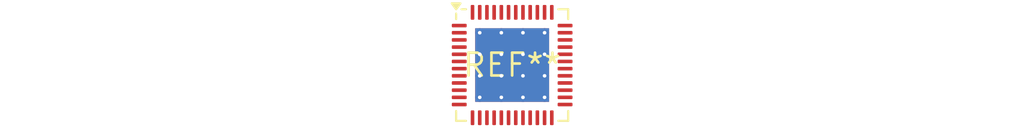
<source format=kicad_pcb>
(kicad_pcb (version 20240108) (generator pcbnew)
  (layers (0 "F.Cu" signal) (31 "B.Cu" signal) (34 "B.Paste" user) (35 "F.Paste" user) (36 "B.SilkS" user "B.Silkscreen") (37 "F.SilkS" user "F.Silkscreen") (38 "B.Mask" user) (39 "F.Mask" user) (44 "Edge.Cuts" user))
  (net 0 "")
  (footprint "VQFN-48-1EP_6x6mm_P0.4mm_EP4.1x4.1mm_ThermalVias" (layer "F.Cu") (at 0 0)
    (property "Reference" "REF**")
    (property "Value" "VQFN-48-1EP_6x6mm_P0.4mm_EP4.1x4.1mm_ThermalVias")
    (fp_line (start -3.11 -2.56) (end -3.11 -2.87) (layer "F.SilkS") (stroke (width 0.12)))
    (fp_line (start -3.11 3.11) (end -3.11 2.56) (layer "F.SilkS") (stroke (width 0.12)))
    (fp_line (start -2.56 -3.11) (end -2.81 -3.11) (layer "F.SilkS") (stroke (width 0.12)))
    (fp_line (start -2.56 3.11) (end -3.11 3.11) (layer "F.SilkS") (stroke (width 0.12)))
    (fp_line (start 2.56 -3.11) (end 3.11 -3.11) (layer "F.SilkS") (stroke (width 0.12)))
    (fp_line (start 2.56 3.11) (end 3.11 3.11) (layer "F.SilkS") (stroke (width 0.12)))
    (fp_line (start 3.11 -3.11) (end 3.11 -2.56) (layer "F.SilkS") (stroke (width 0.12)))
    (fp_line (start 3.11 3.11) (end 3.11 2.56) (layer "F.SilkS") (stroke (width 0.12)))
    (fp_poly (pts (xy -3.11 -3.11) (xy -3.35 -3.44) (xy -2.87 -3.44) (xy -3.11 -3.11)) (layer "F.SilkS") (stroke (width 0.12)) (fill solid))
    (pad "1" smd roundrect (at -2.9375 -2.2) (size 0.825 0.2) (layers "F.Cu" "F.Paste" "F.Mask"))
    (pad "2" smd roundrect (at -2.9375 -1.8) (size 0.825 0.2) (layers "F.Cu" "F.Paste" "F.Mask"))
    (pad "3" smd roundrect (at -2.9375 -1.4) (size 0.825 0.2) (layers "F.Cu" "F.Paste" "F.Mask"))
    (pad "4" smd roundrect (at -2.9375 -1) (size 0.825 0.2) (layers "F.Cu" "F.Paste" "F.Mask"))
    (pad "5" smd roundrect (at -2.9375 -0.6) (size 0.825 0.2) (layers "F.Cu" "F.Paste" "F.Mask"))
    (pad "6" smd roundrect (at -2.9375 -0.2) (size 0.825 0.2) (layers "F.Cu" "F.Paste" "F.Mask"))
    (pad "7" smd roundrect (at -2.9375 0.2) (size 0.825 0.2) (layers "F.Cu" "F.Paste" "F.Mask"))
    (pad "8" smd roundrect (at -2.9375 0.6) (size 0.825 0.2) (layers "F.Cu" "F.Paste" "F.Mask"))
    (pad "9" smd roundrect (at -2.9375 1) (size 0.825 0.2) (layers "F.Cu" "F.Paste" "F.Mask"))
    (pad "10" smd roundrect (at -2.9375 1.4) (size 0.825 0.2) (layers "F.Cu" "F.Paste" "F.Mask"))
    (pad "11" smd roundrect (at -2.9375 1.8) (size 0.825 0.2) (layers "F.Cu" "F.Paste" "F.Mask"))
    (pad "12" smd roundrect (at -2.9375 2.2) (size 0.825 0.2) (layers "F.Cu" "F.Paste" "F.Mask"))
    (pad "13" smd roundrect (at -2.2 2.9375) (size 0.2 0.825) (layers "F.Cu" "F.Paste" "F.Mask"))
    (pad "14" smd roundrect (at -1.8 2.9375) (size 0.2 0.825) (layers "F.Cu" "F.Paste" "F.Mask"))
    (pad "15" smd roundrect (at -1.4 2.9375) (size 0.2 0.825) (layers "F.Cu" "F.Paste" "F.Mask"))
    (pad "16" smd roundrect (at -1 2.9375) (size 0.2 0.825) (layers "F.Cu" "F.Paste" "F.Mask"))
    (pad "17" smd roundrect (at -0.6 2.9375) (size 0.2 0.825) (layers "F.Cu" "F.Paste" "F.Mask"))
    (pad "18" smd roundrect (at -0.2 2.9375) (size 0.2 0.825) (layers "F.Cu" "F.Paste" "F.Mask"))
    (pad "19" smd roundrect (at 0.2 2.9375) (size 0.2 0.825) (layers "F.Cu" "F.Paste" "F.Mask"))
    (pad "20" smd roundrect (at 0.6 2.9375) (size 0.2 0.825) (layers "F.Cu" "F.Paste" "F.Mask"))
    (pad "21" smd roundrect (at 1 2.9375) (size 0.2 0.825) (layers "F.Cu" "F.Paste" "F.Mask"))
    (pad "22" smd roundrect (at 1.4 2.9375) (size 0.2 0.825) (layers "F.Cu" "F.Paste" "F.Mask"))
    (pad "23" smd roundrect (at 1.8 2.9375) (size 0.2 0.825) (layers "F.Cu" "F.Paste" "F.Mask"))
    (pad "24" smd roundrect (at 2.2 2.9375) (size 0.2 0.825) (layers "F.Cu" "F.Paste" "F.Mask"))
    (pad "25" smd roundrect (at 2.9375 2.2) (size 0.825 0.2) (layers "F.Cu" "F.Paste" "F.Mask"))
    (pad "26" smd roundrect (at 2.9375 1.8) (size 0.825 0.2) (layers "F.Cu" "F.Paste" "F.Mask"))
    (pad "27" smd roundrect (at 2.9375 1.4) (size 0.825 0.2) (layers "F.Cu" "F.Paste" "F.Mask"))
    (pad "28" smd roundrect (at 2.9375 1) (size 0.825 0.2) (layers "F.Cu" "F.Paste" "F.Mask"))
    (pad "29" smd roundrect (at 2.9375 0.6) (size 0.825 0.2) (layers "F.Cu" "F.Paste" "F.Mask"))
    (pad "30" smd roundrect (at 2.9375 0.2) (size 0.825 0.2) (layers "F.Cu" "F.Paste" "F.Mask"))
    (pad "31" smd roundrect (at 2.9375 -0.2) (size 0.825 0.2) (layers "F.Cu" "F.Paste" "F.Mask"))
    (pad "32" smd roundrect (at 2.9375 -0.6) (size 0.825 0.2) (layers "F.Cu" "F.Paste" "F.Mask"))
    (pad "33" smd roundrect (at 2.9375 -1) (size 0.825 0.2) (layers "F.Cu" "F.Paste" "F.Mask"))
    (pad "34" smd roundrect (at 2.9375 -1.4) (size 0.825 0.2) (layers "F.Cu" "F.Paste" "F.Mask"))
    (pad "35" smd roundrect (at 2.9375 -1.8) (size 0.825 0.2) (layers "F.Cu" "F.Paste" "F.Mask"))
    (pad "36" smd roundrect (at 2.9375 -2.2) (size 0.825 0.2) (layers "F.Cu" "F.Paste" "F.Mask"))
    (pad "37" smd roundrect (at 2.2 -2.9375) (size 0.2 0.825) (layers "F.Cu" "F.Paste" "F.Mask"))
    (pad "38" smd roundrect (at 1.8 -2.9375) (size 0.2 0.825) (layers "F.Cu" "F.Paste" "F.Mask"))
    (pad "39" smd roundrect (at 1.4 -2.9375) (size 0.2 0.825) (layers "F.Cu" "F.Paste" "F.Mask"))
    (pad "40" smd roundrect (at 1 -2.9375) (size 0.2 0.825) (layers "F.Cu" "F.Paste" "F.Mask"))
    (pad "41" smd roundrect (at 0.6 -2.9375) (size 0.2 0.825) (layers "F.Cu" "F.Paste" "F.Mask"))
    (pad "42" smd roundrect (at 0.2 -2.9375) (size 0.2 0.825) (layers "F.Cu" "F.Paste" "F.Mask"))
    (pad "43" smd roundrect (at -0.2 -2.9375) (size 0.2 0.825) (layers "F.Cu" "F.Paste" "F.Mask"))
    (pad "44" smd roundrect (at -0.6 -2.9375) (size 0.2 0.825) (layers "F.Cu" "F.Paste" "F.Mask"))
    (pad "45" smd roundrect (at -1 -2.9375) (size 0.2 0.825) (layers "F.Cu" "F.Paste" "F.Mask"))
    (pad "46" smd roundrect (at -1.4 -2.9375) (size 0.2 0.825) (layers "F.Cu" "F.Paste" "F.Mask"))
    (pad "47" smd roundrect (at -1.8 -2.9375) (size 0.2 0.825) (layers "F.Cu" "F.Paste" "F.Mask"))
    (pad "48" smd roundrect (at -2.2 -2.9375) (size 0.2 0.825) (layers "F.Cu" "F.Paste" "F.Mask"))
    (pad "49" thru_hole circle (at -1.8 -1.8) (size 0.5 0.5) (drill 0.2) (property pad_prop_heatsink) (layers *.Cu) (remove_unused_layers))
    (pad "49" thru_hole circle (at -1.8 -0.6) (size 0.5 0.5) (drill 0.2) (property pad_prop_heatsink) (layers *.Cu) (remove_unused_layers))
    (pad "49" thru_hole circle (at -1.8 0.6) (size 0.5 0.5) (drill 0.2) (property pad_prop_heatsink) (layers *.Cu) (remove_unused_layers))
    (pad "49" thru_hole circle (at -1.8 1.8) (size 0.5 0.5) (drill 0.2) (property pad_prop_heatsink) (layers *.Cu) (remove_unused_layers))
    (pad "49" thru_hole circle (at -0.6 -1.8) (size 0.5 0.5) (drill 0.2) (property pad_prop_heatsink) (layers *.Cu) (remove_unused_layers))
    (pad "49" thru_hole circle (at -0.6 -0.6) (size 0.5 0.5) (drill 0.2) (property pad_prop_heatsink) (layers *.Cu) (remove_unused_layers))
    (pad "49" thru_hole circle (at -0.6 0.6) (size 0.5 0.5) (drill 0.2) (property pad_prop_heatsink) (layers *.Cu) (remove_unused_layers))
    (pad "49" thru_hole circle (at -0.6 1.8) (size 0.5 0.5) (drill 0.2) (property pad_prop_heatsink) (layers *.Cu) (remove_unused_layers))
    (pad "49" smd rect (at 0 0) (size 4.1 4.1) (property pad_prop_heatsink) (layers "F.Cu" "F.Mask"))
    (pad "49" smd rect (at 0 0) (size 4.1 4.1) (property pad_prop_heatsink) (layers "B.Cu"))
    (pad "49" thru_hole circle (at 0.6 -1.8) (size 0.5 0.5) (drill 0.2) (property pad_prop_heatsink) (layers *.Cu) (remove_unused_layers))
    (pad "49" thru_hole circle (at 0.6 -0.6) (size 0.5 0.5) (drill 0.2) (property pad_prop_heatsink) (layers *.Cu) (remove_unused_layers))
    (pad "49" thru_hole circle (at 0.6 0.6) (size 0.5 0.5) (drill 0.2) (property pad_prop_heatsink) (layers *.Cu) (remove_unused_layers))
    (pad "49" thru_hole circle (at 0.6 1.8) (size 0.5 0.5) (drill 0.2) (property pad_prop_heatsink) (layers *.Cu) (remove_unused_layers))
    (pad "49" thru_hole circle (at 1.8 -1.8) (size 0.5 0.5) (drill 0.2) (property pad_prop_heatsink) (layers *.Cu) (remove_unused_layers))
    (pad "49" thru_hole circle (at 1.8 -0.6) (size 0.5 0.5) (drill 0.2) (property pad_prop_heatsink) (layers *.Cu) (remove_unused_layers))
    (pad "49" thru_hole circle (at 1.8 0.6) (size 0.5 0.5) (drill 0.2) (property pad_prop_heatsink) (layers *.Cu) (remove_unused_layers))
    (pad "49" thru_hole circle (at 1.8 1.8) (size 0.5 0.5) (drill 0.2) (property pad_prop_heatsink) (layers *.Cu) (remove_unused_layers))
  )
)
</source>
